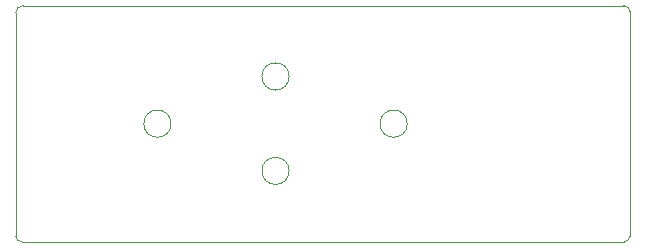
<source format=gbr>
%TF.GenerationSoftware,KiCad,Pcbnew,5.1.7-a382d34a8~88~ubuntu18.04.1*%
%TF.CreationDate,2021-06-07T00:47:52+02:00*%
%TF.ProjectId,button-board-6x6mm-4buttons,62757474-6f6e-42d6-926f-6172642d3678,v1r1*%
%TF.SameCoordinates,Original*%
%TF.FileFunction,Profile,NP*%
%FSLAX46Y46*%
G04 Gerber Fmt 4.6, Leading zero omitted, Abs format (unit mm)*
G04 Created by KiCad (PCBNEW 5.1.7-a382d34a8~88~ubuntu18.04.1) date 2021-06-07 00:47:52*
%MOMM*%
%LPD*%
G01*
G04 APERTURE LIST*
%TA.AperFunction,Profile*%
%ADD10C,0.050000*%
%TD*%
G04 APERTURE END LIST*
D10*
X59650000Y-38000000D02*
G75*
G03*
X59650000Y-38000000I-1150000J0D01*
G01*
X69650000Y-42000000D02*
G75*
G03*
X69650000Y-42000000I-1150000J0D01*
G01*
X59650000Y-46000000D02*
G75*
G03*
X59650000Y-46000000I-1150000J0D01*
G01*
X49650000Y-42000000D02*
G75*
G03*
X49650000Y-42000000I-1150000J0D01*
G01*
X37000000Y-52000000D02*
G75*
G02*
X36500000Y-51500000I0J500000D01*
G01*
X88500000Y-51500000D02*
G75*
G02*
X88000000Y-52000000I-500000J0D01*
G01*
X88000000Y-32000000D02*
G75*
G02*
X88500000Y-32500000I0J-500000D01*
G01*
X36500000Y-32635000D02*
G75*
G02*
X37135000Y-32000000I635000J0D01*
G01*
X37135000Y-32000000D02*
X88000000Y-32000000D01*
X88500000Y-32500000D02*
X88500000Y-51500000D01*
X37000000Y-52000000D02*
X88000000Y-52000000D01*
X36500000Y-32635000D02*
X36500000Y-51500000D01*
M02*

</source>
